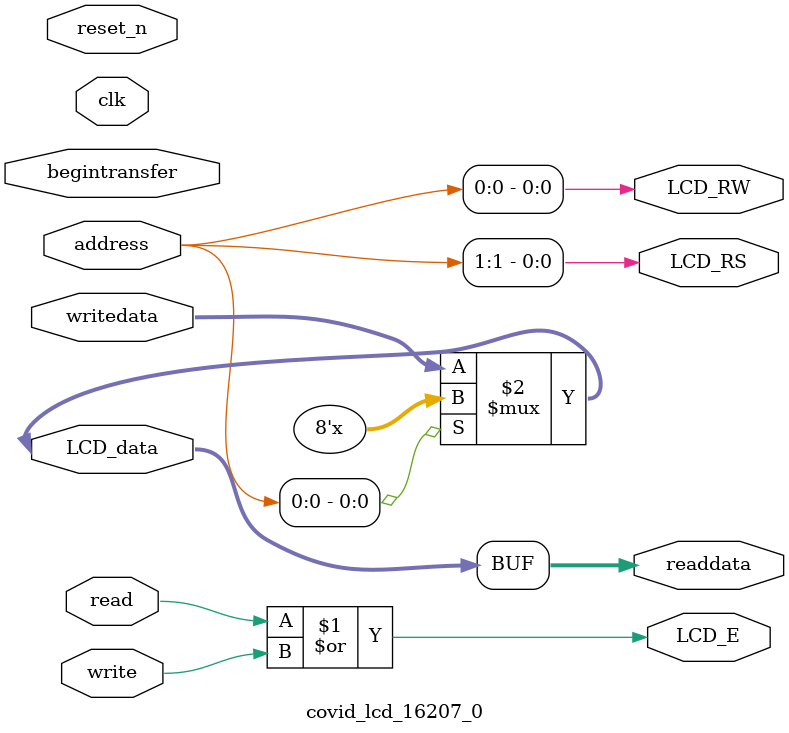
<source format=v>

`timescale 1ns / 1ps
// synthesis translate_on

// turn off superfluous verilog processor warnings 
// altera message_level Level1 
// altera message_off 10034 10035 10036 10037 10230 10240 10030 

module covid_lcd_16207_0 (
                           // inputs:
                            address,
                            begintransfer,
                            clk,
                            read,
                            reset_n,
                            write,
                            writedata,

                           // outputs:
                            LCD_E,
                            LCD_RS,
                            LCD_RW,
                            LCD_data,
                            readdata
                         )
;

  output           LCD_E;
  output           LCD_RS;
  output           LCD_RW;
  inout   [  7: 0] LCD_data;
  output  [  7: 0] readdata;
  input   [  1: 0] address;
  input            begintransfer;
  input            clk;
  input            read;
  input            reset_n;
  input            write;
  input   [  7: 0] writedata;

  wire             LCD_E;
  wire             LCD_RS;
  wire             LCD_RW;
  wire    [  7: 0] LCD_data;
  wire    [  7: 0] readdata;
  assign LCD_RW = address[0];
  assign LCD_RS = address[1];
  assign LCD_E = read | write;
  assign LCD_data = (address[0]) ? {8{1'bz}} : writedata;
  assign readdata = LCD_data;
  //control_slave, which is an e_avalon_slave

endmodule


</source>
